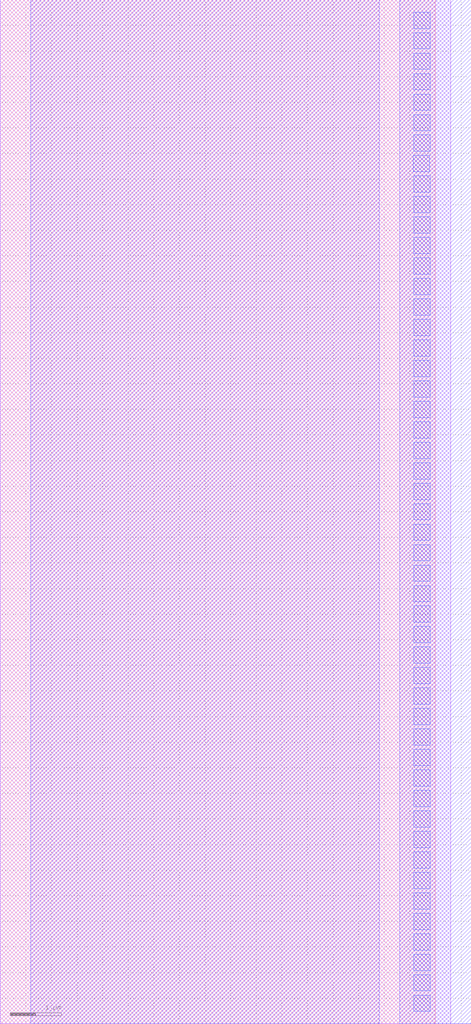
<source format=lef>
VERSION 5.7 ;
  NOWIREEXTENSIONATPIN ON ;
  DIVIDERCHAR "/" ;
  BUSBITCHARS "[]" ;
MACRO DCDC_CAP_UNIT
  CLASS BLOCK ;
  FOREIGN DCDC_CAP_UNIT ;
  ORIGIN 0.000 0.000 ;
  SIZE 8.495 BY 20.000 ;
  OBS
      LAYER met3 ;
        RECT 0.000 0.000 8.800 20.000 ;
      LAYER via3 ;
        RECT 8.075 19.440 8.395 19.760 ;
        RECT 8.075 19.040 8.395 19.360 ;
        RECT 8.075 18.640 8.395 18.960 ;
        RECT 8.075 18.240 8.395 18.560 ;
        RECT 8.075 17.840 8.395 18.160 ;
        RECT 8.075 17.440 8.395 17.760 ;
        RECT 8.075 17.040 8.395 17.360 ;
        RECT 8.070 16.640 8.390 16.960 ;
        RECT 8.075 16.240 8.395 16.560 ;
        RECT 8.075 15.840 8.395 16.160 ;
        RECT 8.075 15.440 8.395 15.760 ;
        RECT 8.075 15.040 8.395 15.360 ;
        RECT 8.075 14.640 8.395 14.960 ;
        RECT 8.075 14.240 8.395 14.560 ;
        RECT 8.075 13.840 8.395 14.160 ;
        RECT 8.075 13.440 8.395 13.760 ;
        RECT 8.075 13.040 8.395 13.360 ;
        RECT 8.075 12.640 8.395 12.960 ;
        RECT 8.075 12.240 8.395 12.560 ;
        RECT 8.075 11.840 8.395 12.160 ;
        RECT 8.075 11.440 8.395 11.760 ;
        RECT 8.075 11.040 8.395 11.360 ;
        RECT 8.075 10.640 8.395 10.960 ;
        RECT 8.075 10.240 8.395 10.560 ;
        RECT 8.075 9.840 8.395 10.160 ;
        RECT 8.075 9.440 8.395 9.760 ;
        RECT 8.075 9.040 8.395 9.360 ;
        RECT 8.075 8.640 8.395 8.960 ;
        RECT 8.075 8.240 8.395 8.560 ;
        RECT 8.075 7.840 8.395 8.160 ;
        RECT 8.075 7.440 8.395 7.760 ;
        RECT 8.075 7.040 8.395 7.360 ;
        RECT 8.075 6.640 8.395 6.960 ;
        RECT 8.075 6.240 8.395 6.560 ;
        RECT 8.075 5.840 8.395 6.160 ;
        RECT 8.075 5.440 8.395 5.760 ;
        RECT 8.075 5.040 8.395 5.360 ;
        RECT 8.075 4.640 8.395 4.960 ;
        RECT 8.075 4.240 8.395 4.560 ;
        RECT 8.075 3.840 8.395 4.160 ;
        RECT 8.075 3.440 8.395 3.760 ;
        RECT 8.075 3.040 8.395 3.360 ;
        RECT 8.075 2.640 8.395 2.960 ;
        RECT 8.075 2.240 8.395 2.560 ;
        RECT 8.075 1.840 8.395 2.160 ;
        RECT 8.075 1.440 8.395 1.760 ;
        RECT 8.075 1.040 8.395 1.360 ;
        RECT 8.075 0.640 8.395 0.960 ;
        RECT 8.075 0.240 8.395 0.560 ;
      LAYER met4 ;
        RECT 0.600 0.000 7.400 20.000 ;
        RECT 7.800 0.000 9.200 20.000 ;
  END
END DCDC_CAP_UNIT
END LIBRARY

</source>
